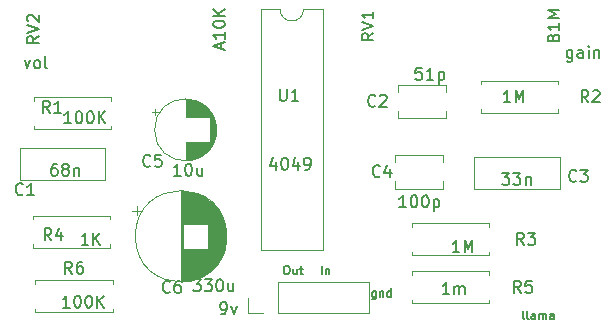
<source format=gbr>
%TF.GenerationSoftware,KiCad,Pcbnew,7.0.11+dfsg-1build4*%
%TF.CreationDate,2026-02-07T21:52:43-05:00*%
%TF.ProjectId,redllama,7265646c-6c61-46d6-912e-6b696361645f,rev?*%
%TF.SameCoordinates,Original*%
%TF.FileFunction,Legend,Top*%
%TF.FilePolarity,Positive*%
%FSLAX46Y46*%
G04 Gerber Fmt 4.6, Leading zero omitted, Abs format (unit mm)*
G04 Created by KiCad (PCBNEW 7.0.11+dfsg-1build4) date 2026-02-07 21:52:43*
%MOMM*%
%LPD*%
G01*
G04 APERTURE LIST*
%ADD10C,0.150000*%
%ADD11C,0.175000*%
%ADD12C,0.120000*%
G04 APERTURE END LIST*
D10*
X118875398Y-127123819D02*
X119065874Y-127123819D01*
X119065874Y-127123819D02*
X119161112Y-127076200D01*
X119161112Y-127076200D02*
X119208731Y-127028580D01*
X119208731Y-127028580D02*
X119303969Y-126885723D01*
X119303969Y-126885723D02*
X119351588Y-126695247D01*
X119351588Y-126695247D02*
X119351588Y-126314295D01*
X119351588Y-126314295D02*
X119303969Y-126219057D01*
X119303969Y-126219057D02*
X119256350Y-126171438D01*
X119256350Y-126171438D02*
X119161112Y-126123819D01*
X119161112Y-126123819D02*
X118970636Y-126123819D01*
X118970636Y-126123819D02*
X118875398Y-126171438D01*
X118875398Y-126171438D02*
X118827779Y-126219057D01*
X118827779Y-126219057D02*
X118780160Y-126314295D01*
X118780160Y-126314295D02*
X118780160Y-126552390D01*
X118780160Y-126552390D02*
X118827779Y-126647628D01*
X118827779Y-126647628D02*
X118875398Y-126695247D01*
X118875398Y-126695247D02*
X118970636Y-126742866D01*
X118970636Y-126742866D02*
X119161112Y-126742866D01*
X119161112Y-126742866D02*
X119256350Y-126695247D01*
X119256350Y-126695247D02*
X119303969Y-126647628D01*
X119303969Y-126647628D02*
X119351588Y-126552390D01*
X119684922Y-126457152D02*
X119923017Y-127123819D01*
X119923017Y-127123819D02*
X120161112Y-126457152D01*
X131943350Y-125169866D02*
X131943350Y-125736533D01*
X131943350Y-125736533D02*
X131910017Y-125803200D01*
X131910017Y-125803200D02*
X131876684Y-125836533D01*
X131876684Y-125836533D02*
X131810017Y-125869866D01*
X131810017Y-125869866D02*
X131710017Y-125869866D01*
X131710017Y-125869866D02*
X131643350Y-125836533D01*
X131943350Y-125603200D02*
X131876684Y-125636533D01*
X131876684Y-125636533D02*
X131743350Y-125636533D01*
X131743350Y-125636533D02*
X131676684Y-125603200D01*
X131676684Y-125603200D02*
X131643350Y-125569866D01*
X131643350Y-125569866D02*
X131610017Y-125503200D01*
X131610017Y-125503200D02*
X131610017Y-125303200D01*
X131610017Y-125303200D02*
X131643350Y-125236533D01*
X131643350Y-125236533D02*
X131676684Y-125203200D01*
X131676684Y-125203200D02*
X131743350Y-125169866D01*
X131743350Y-125169866D02*
X131876684Y-125169866D01*
X131876684Y-125169866D02*
X131943350Y-125203200D01*
X132276683Y-125169866D02*
X132276683Y-125636533D01*
X132276683Y-125236533D02*
X132310017Y-125203200D01*
X132310017Y-125203200D02*
X132376683Y-125169866D01*
X132376683Y-125169866D02*
X132476683Y-125169866D01*
X132476683Y-125169866D02*
X132543350Y-125203200D01*
X132543350Y-125203200D02*
X132576683Y-125269866D01*
X132576683Y-125269866D02*
X132576683Y-125636533D01*
X133210016Y-125636533D02*
X133210016Y-124936533D01*
X133210016Y-125603200D02*
X133143350Y-125636533D01*
X133143350Y-125636533D02*
X133010016Y-125636533D01*
X133010016Y-125636533D02*
X132943350Y-125603200D01*
X132943350Y-125603200D02*
X132910016Y-125569866D01*
X132910016Y-125569866D02*
X132876683Y-125503200D01*
X132876683Y-125503200D02*
X132876683Y-125303200D01*
X132876683Y-125303200D02*
X132910016Y-125236533D01*
X132910016Y-125236533D02*
X132943350Y-125203200D01*
X132943350Y-125203200D02*
X133010016Y-125169866D01*
X133010016Y-125169866D02*
X133143350Y-125169866D01*
X133143350Y-125169866D02*
X133210016Y-125203200D01*
D11*
X144526797Y-127540233D02*
X144460131Y-127506900D01*
X144460131Y-127506900D02*
X144426797Y-127440233D01*
X144426797Y-127440233D02*
X144426797Y-126840233D01*
X144893464Y-127540233D02*
X144826798Y-127506900D01*
X144826798Y-127506900D02*
X144793464Y-127440233D01*
X144793464Y-127440233D02*
X144793464Y-126840233D01*
X145460131Y-127540233D02*
X145460131Y-127173566D01*
X145460131Y-127173566D02*
X145426798Y-127106900D01*
X145426798Y-127106900D02*
X145360131Y-127073566D01*
X145360131Y-127073566D02*
X145226798Y-127073566D01*
X145226798Y-127073566D02*
X145160131Y-127106900D01*
X145460131Y-127506900D02*
X145393465Y-127540233D01*
X145393465Y-127540233D02*
X145226798Y-127540233D01*
X145226798Y-127540233D02*
X145160131Y-127506900D01*
X145160131Y-127506900D02*
X145126798Y-127440233D01*
X145126798Y-127440233D02*
X145126798Y-127373566D01*
X145126798Y-127373566D02*
X145160131Y-127306900D01*
X145160131Y-127306900D02*
X145226798Y-127273566D01*
X145226798Y-127273566D02*
X145393465Y-127273566D01*
X145393465Y-127273566D02*
X145460131Y-127240233D01*
X145793464Y-127540233D02*
X145793464Y-127073566D01*
X145793464Y-127140233D02*
X145826798Y-127106900D01*
X145826798Y-127106900D02*
X145893464Y-127073566D01*
X145893464Y-127073566D02*
X145993464Y-127073566D01*
X145993464Y-127073566D02*
X146060131Y-127106900D01*
X146060131Y-127106900D02*
X146093464Y-127173566D01*
X146093464Y-127173566D02*
X146093464Y-127540233D01*
X146093464Y-127173566D02*
X146126798Y-127106900D01*
X146126798Y-127106900D02*
X146193464Y-127073566D01*
X146193464Y-127073566D02*
X146293464Y-127073566D01*
X146293464Y-127073566D02*
X146360131Y-127106900D01*
X146360131Y-127106900D02*
X146393464Y-127173566D01*
X146393464Y-127173566D02*
X146393464Y-127540233D01*
X147026797Y-127540233D02*
X147026797Y-127173566D01*
X147026797Y-127173566D02*
X146993464Y-127106900D01*
X146993464Y-127106900D02*
X146926797Y-127073566D01*
X146926797Y-127073566D02*
X146793464Y-127073566D01*
X146793464Y-127073566D02*
X146726797Y-127106900D01*
X147026797Y-127506900D02*
X146960131Y-127540233D01*
X146960131Y-127540233D02*
X146793464Y-127540233D01*
X146793464Y-127540233D02*
X146726797Y-127506900D01*
X146726797Y-127506900D02*
X146693464Y-127440233D01*
X146693464Y-127440233D02*
X146693464Y-127373566D01*
X146693464Y-127373566D02*
X146726797Y-127306900D01*
X146726797Y-127306900D02*
X146793464Y-127273566D01*
X146793464Y-127273566D02*
X146960131Y-127273566D01*
X146960131Y-127273566D02*
X147026797Y-127240233D01*
D10*
X127392350Y-123731533D02*
X127392350Y-123031533D01*
X127725683Y-123264866D02*
X127725683Y-123731533D01*
X127725683Y-123331533D02*
X127759017Y-123298200D01*
X127759017Y-123298200D02*
X127825683Y-123264866D01*
X127825683Y-123264866D02*
X127925683Y-123264866D01*
X127925683Y-123264866D02*
X127992350Y-123298200D01*
X127992350Y-123298200D02*
X128025683Y-123364866D01*
X128025683Y-123364866D02*
X128025683Y-123731533D01*
X124350684Y-123031533D02*
X124484017Y-123031533D01*
X124484017Y-123031533D02*
X124550684Y-123064866D01*
X124550684Y-123064866D02*
X124617350Y-123131533D01*
X124617350Y-123131533D02*
X124650684Y-123264866D01*
X124650684Y-123264866D02*
X124650684Y-123498200D01*
X124650684Y-123498200D02*
X124617350Y-123631533D01*
X124617350Y-123631533D02*
X124550684Y-123698200D01*
X124550684Y-123698200D02*
X124484017Y-123731533D01*
X124484017Y-123731533D02*
X124350684Y-123731533D01*
X124350684Y-123731533D02*
X124284017Y-123698200D01*
X124284017Y-123698200D02*
X124217350Y-123631533D01*
X124217350Y-123631533D02*
X124184017Y-123498200D01*
X124184017Y-123498200D02*
X124184017Y-123264866D01*
X124184017Y-123264866D02*
X124217350Y-123131533D01*
X124217350Y-123131533D02*
X124284017Y-123064866D01*
X124284017Y-123064866D02*
X124350684Y-123031533D01*
X125250683Y-123264866D02*
X125250683Y-123731533D01*
X124950683Y-123264866D02*
X124950683Y-123631533D01*
X124950683Y-123631533D02*
X124984017Y-123698200D01*
X124984017Y-123698200D02*
X125050683Y-123731533D01*
X125050683Y-123731533D02*
X125150683Y-123731533D01*
X125150683Y-123731533D02*
X125217350Y-123698200D01*
X125217350Y-123698200D02*
X125250683Y-123664866D01*
X125484016Y-123264866D02*
X125750683Y-123264866D01*
X125584016Y-123031533D02*
X125584016Y-123631533D01*
X125584016Y-123631533D02*
X125617350Y-123698200D01*
X125617350Y-123698200D02*
X125684016Y-123731533D01*
X125684016Y-123731533D02*
X125750683Y-123731533D01*
X148593350Y-104740152D02*
X148593350Y-105549676D01*
X148593350Y-105549676D02*
X148545731Y-105644914D01*
X148545731Y-105644914D02*
X148498112Y-105692533D01*
X148498112Y-105692533D02*
X148402874Y-105740152D01*
X148402874Y-105740152D02*
X148260017Y-105740152D01*
X148260017Y-105740152D02*
X148164779Y-105692533D01*
X148593350Y-105359200D02*
X148498112Y-105406819D01*
X148498112Y-105406819D02*
X148307636Y-105406819D01*
X148307636Y-105406819D02*
X148212398Y-105359200D01*
X148212398Y-105359200D02*
X148164779Y-105311580D01*
X148164779Y-105311580D02*
X148117160Y-105216342D01*
X148117160Y-105216342D02*
X148117160Y-104930628D01*
X148117160Y-104930628D02*
X148164779Y-104835390D01*
X148164779Y-104835390D02*
X148212398Y-104787771D01*
X148212398Y-104787771D02*
X148307636Y-104740152D01*
X148307636Y-104740152D02*
X148498112Y-104740152D01*
X148498112Y-104740152D02*
X148593350Y-104787771D01*
X149498112Y-105406819D02*
X149498112Y-104883009D01*
X149498112Y-104883009D02*
X149450493Y-104787771D01*
X149450493Y-104787771D02*
X149355255Y-104740152D01*
X149355255Y-104740152D02*
X149164779Y-104740152D01*
X149164779Y-104740152D02*
X149069541Y-104787771D01*
X149498112Y-105359200D02*
X149402874Y-105406819D01*
X149402874Y-105406819D02*
X149164779Y-105406819D01*
X149164779Y-105406819D02*
X149069541Y-105359200D01*
X149069541Y-105359200D02*
X149021922Y-105263961D01*
X149021922Y-105263961D02*
X149021922Y-105168723D01*
X149021922Y-105168723D02*
X149069541Y-105073485D01*
X149069541Y-105073485D02*
X149164779Y-105025866D01*
X149164779Y-105025866D02*
X149402874Y-105025866D01*
X149402874Y-105025866D02*
X149498112Y-104978247D01*
X149974303Y-105406819D02*
X149974303Y-104740152D01*
X149974303Y-104406819D02*
X149926684Y-104454438D01*
X149926684Y-104454438D02*
X149974303Y-104502057D01*
X149974303Y-104502057D02*
X150021922Y-104454438D01*
X150021922Y-104454438D02*
X149974303Y-104406819D01*
X149974303Y-104406819D02*
X149974303Y-104502057D01*
X150450493Y-104740152D02*
X150450493Y-105406819D01*
X150450493Y-104835390D02*
X150498112Y-104787771D01*
X150498112Y-104787771D02*
X150593350Y-104740152D01*
X150593350Y-104740152D02*
X150736207Y-104740152D01*
X150736207Y-104740152D02*
X150831445Y-104787771D01*
X150831445Y-104787771D02*
X150879064Y-104883009D01*
X150879064Y-104883009D02*
X150879064Y-105406819D01*
X102222541Y-105629152D02*
X102460636Y-106295819D01*
X102460636Y-106295819D02*
X102698731Y-105629152D01*
X103222541Y-106295819D02*
X103127303Y-106248200D01*
X103127303Y-106248200D02*
X103079684Y-106200580D01*
X103079684Y-106200580D02*
X103032065Y-106105342D01*
X103032065Y-106105342D02*
X103032065Y-105819628D01*
X103032065Y-105819628D02*
X103079684Y-105724390D01*
X103079684Y-105724390D02*
X103127303Y-105676771D01*
X103127303Y-105676771D02*
X103222541Y-105629152D01*
X103222541Y-105629152D02*
X103365398Y-105629152D01*
X103365398Y-105629152D02*
X103460636Y-105676771D01*
X103460636Y-105676771D02*
X103508255Y-105724390D01*
X103508255Y-105724390D02*
X103555874Y-105819628D01*
X103555874Y-105819628D02*
X103555874Y-106105342D01*
X103555874Y-106105342D02*
X103508255Y-106200580D01*
X103508255Y-106200580D02*
X103460636Y-106248200D01*
X103460636Y-106248200D02*
X103365398Y-106295819D01*
X103365398Y-106295819D02*
X103222541Y-106295819D01*
X104127303Y-106295819D02*
X104032065Y-106248200D01*
X104032065Y-106248200D02*
X103984446Y-106152961D01*
X103984446Y-106152961D02*
X103984446Y-105295819D01*
X144486333Y-121231819D02*
X144153000Y-120755628D01*
X143914905Y-121231819D02*
X143914905Y-120231819D01*
X143914905Y-120231819D02*
X144295857Y-120231819D01*
X144295857Y-120231819D02*
X144391095Y-120279438D01*
X144391095Y-120279438D02*
X144438714Y-120327057D01*
X144438714Y-120327057D02*
X144486333Y-120422295D01*
X144486333Y-120422295D02*
X144486333Y-120565152D01*
X144486333Y-120565152D02*
X144438714Y-120660390D01*
X144438714Y-120660390D02*
X144391095Y-120708009D01*
X144391095Y-120708009D02*
X144295857Y-120755628D01*
X144295857Y-120755628D02*
X143914905Y-120755628D01*
X144819667Y-120231819D02*
X145438714Y-120231819D01*
X145438714Y-120231819D02*
X145105381Y-120612771D01*
X145105381Y-120612771D02*
X145248238Y-120612771D01*
X145248238Y-120612771D02*
X145343476Y-120660390D01*
X145343476Y-120660390D02*
X145391095Y-120708009D01*
X145391095Y-120708009D02*
X145438714Y-120803247D01*
X145438714Y-120803247D02*
X145438714Y-121041342D01*
X145438714Y-121041342D02*
X145391095Y-121136580D01*
X145391095Y-121136580D02*
X145343476Y-121184200D01*
X145343476Y-121184200D02*
X145248238Y-121231819D01*
X145248238Y-121231819D02*
X144962524Y-121231819D01*
X144962524Y-121231819D02*
X144867286Y-121184200D01*
X144867286Y-121184200D02*
X144819667Y-121136580D01*
X139033285Y-121866819D02*
X138461857Y-121866819D01*
X138747571Y-121866819D02*
X138747571Y-120866819D01*
X138747571Y-120866819D02*
X138652333Y-121009676D01*
X138652333Y-121009676D02*
X138557095Y-121104914D01*
X138557095Y-121104914D02*
X138461857Y-121152533D01*
X139461857Y-121866819D02*
X139461857Y-120866819D01*
X139461857Y-120866819D02*
X139795190Y-121581104D01*
X139795190Y-121581104D02*
X140128523Y-120866819D01*
X140128523Y-120866819D02*
X140128523Y-121866819D01*
X104481333Y-120850819D02*
X104148000Y-120374628D01*
X103909905Y-120850819D02*
X103909905Y-119850819D01*
X103909905Y-119850819D02*
X104290857Y-119850819D01*
X104290857Y-119850819D02*
X104386095Y-119898438D01*
X104386095Y-119898438D02*
X104433714Y-119946057D01*
X104433714Y-119946057D02*
X104481333Y-120041295D01*
X104481333Y-120041295D02*
X104481333Y-120184152D01*
X104481333Y-120184152D02*
X104433714Y-120279390D01*
X104433714Y-120279390D02*
X104386095Y-120327009D01*
X104386095Y-120327009D02*
X104290857Y-120374628D01*
X104290857Y-120374628D02*
X103909905Y-120374628D01*
X105338476Y-120184152D02*
X105338476Y-120850819D01*
X105100381Y-119803200D02*
X104862286Y-120517485D01*
X104862286Y-120517485D02*
X105481333Y-120517485D01*
X107608714Y-121231819D02*
X107037286Y-121231819D01*
X107323000Y-121231819D02*
X107323000Y-120231819D01*
X107323000Y-120231819D02*
X107227762Y-120374676D01*
X107227762Y-120374676D02*
X107132524Y-120469914D01*
X107132524Y-120469914D02*
X107037286Y-120517533D01*
X108037286Y-121231819D02*
X108037286Y-120231819D01*
X108608714Y-121231819D02*
X108180143Y-120660390D01*
X108608714Y-120231819D02*
X108037286Y-120803247D01*
X131913333Y-109452580D02*
X131865714Y-109500200D01*
X131865714Y-109500200D02*
X131722857Y-109547819D01*
X131722857Y-109547819D02*
X131627619Y-109547819D01*
X131627619Y-109547819D02*
X131484762Y-109500200D01*
X131484762Y-109500200D02*
X131389524Y-109404961D01*
X131389524Y-109404961D02*
X131341905Y-109309723D01*
X131341905Y-109309723D02*
X131294286Y-109119247D01*
X131294286Y-109119247D02*
X131294286Y-108976390D01*
X131294286Y-108976390D02*
X131341905Y-108785914D01*
X131341905Y-108785914D02*
X131389524Y-108690676D01*
X131389524Y-108690676D02*
X131484762Y-108595438D01*
X131484762Y-108595438D02*
X131627619Y-108547819D01*
X131627619Y-108547819D02*
X131722857Y-108547819D01*
X131722857Y-108547819D02*
X131865714Y-108595438D01*
X131865714Y-108595438D02*
X131913333Y-108643057D01*
X132294286Y-108643057D02*
X132341905Y-108595438D01*
X132341905Y-108595438D02*
X132437143Y-108547819D01*
X132437143Y-108547819D02*
X132675238Y-108547819D01*
X132675238Y-108547819D02*
X132770476Y-108595438D01*
X132770476Y-108595438D02*
X132818095Y-108643057D01*
X132818095Y-108643057D02*
X132865714Y-108738295D01*
X132865714Y-108738295D02*
X132865714Y-108833533D01*
X132865714Y-108833533D02*
X132818095Y-108976390D01*
X132818095Y-108976390D02*
X132246667Y-109547819D01*
X132246667Y-109547819D02*
X132865714Y-109547819D01*
X135834523Y-106261819D02*
X135358333Y-106261819D01*
X135358333Y-106261819D02*
X135310714Y-106738009D01*
X135310714Y-106738009D02*
X135358333Y-106690390D01*
X135358333Y-106690390D02*
X135453571Y-106642771D01*
X135453571Y-106642771D02*
X135691666Y-106642771D01*
X135691666Y-106642771D02*
X135786904Y-106690390D01*
X135786904Y-106690390D02*
X135834523Y-106738009D01*
X135834523Y-106738009D02*
X135882142Y-106833247D01*
X135882142Y-106833247D02*
X135882142Y-107071342D01*
X135882142Y-107071342D02*
X135834523Y-107166580D01*
X135834523Y-107166580D02*
X135786904Y-107214200D01*
X135786904Y-107214200D02*
X135691666Y-107261819D01*
X135691666Y-107261819D02*
X135453571Y-107261819D01*
X135453571Y-107261819D02*
X135358333Y-107214200D01*
X135358333Y-107214200D02*
X135310714Y-107166580D01*
X136834523Y-107261819D02*
X136263095Y-107261819D01*
X136548809Y-107261819D02*
X136548809Y-106261819D01*
X136548809Y-106261819D02*
X136453571Y-106404676D01*
X136453571Y-106404676D02*
X136358333Y-106499914D01*
X136358333Y-106499914D02*
X136263095Y-106547533D01*
X137263095Y-106595152D02*
X137263095Y-107595152D01*
X137263095Y-106642771D02*
X137358333Y-106595152D01*
X137358333Y-106595152D02*
X137548809Y-106595152D01*
X137548809Y-106595152D02*
X137644047Y-106642771D01*
X137644047Y-106642771D02*
X137691666Y-106690390D01*
X137691666Y-106690390D02*
X137739285Y-106785628D01*
X137739285Y-106785628D02*
X137739285Y-107071342D01*
X137739285Y-107071342D02*
X137691666Y-107166580D01*
X137691666Y-107166580D02*
X137644047Y-107214200D01*
X137644047Y-107214200D02*
X137548809Y-107261819D01*
X137548809Y-107261819D02*
X137358333Y-107261819D01*
X137358333Y-107261819D02*
X137263095Y-107214200D01*
X104354333Y-110055819D02*
X104021000Y-109579628D01*
X103782905Y-110055819D02*
X103782905Y-109055819D01*
X103782905Y-109055819D02*
X104163857Y-109055819D01*
X104163857Y-109055819D02*
X104259095Y-109103438D01*
X104259095Y-109103438D02*
X104306714Y-109151057D01*
X104306714Y-109151057D02*
X104354333Y-109246295D01*
X104354333Y-109246295D02*
X104354333Y-109389152D01*
X104354333Y-109389152D02*
X104306714Y-109484390D01*
X104306714Y-109484390D02*
X104259095Y-109532009D01*
X104259095Y-109532009D02*
X104163857Y-109579628D01*
X104163857Y-109579628D02*
X103782905Y-109579628D01*
X105306714Y-110055819D02*
X104735286Y-110055819D01*
X105021000Y-110055819D02*
X105021000Y-109055819D01*
X105021000Y-109055819D02*
X104925762Y-109198676D01*
X104925762Y-109198676D02*
X104830524Y-109293914D01*
X104830524Y-109293914D02*
X104735286Y-109341533D01*
X106148333Y-110944819D02*
X105576905Y-110944819D01*
X105862619Y-110944819D02*
X105862619Y-109944819D01*
X105862619Y-109944819D02*
X105767381Y-110087676D01*
X105767381Y-110087676D02*
X105672143Y-110182914D01*
X105672143Y-110182914D02*
X105576905Y-110230533D01*
X106767381Y-109944819D02*
X106862619Y-109944819D01*
X106862619Y-109944819D02*
X106957857Y-109992438D01*
X106957857Y-109992438D02*
X107005476Y-110040057D01*
X107005476Y-110040057D02*
X107053095Y-110135295D01*
X107053095Y-110135295D02*
X107100714Y-110325771D01*
X107100714Y-110325771D02*
X107100714Y-110563866D01*
X107100714Y-110563866D02*
X107053095Y-110754342D01*
X107053095Y-110754342D02*
X107005476Y-110849580D01*
X107005476Y-110849580D02*
X106957857Y-110897200D01*
X106957857Y-110897200D02*
X106862619Y-110944819D01*
X106862619Y-110944819D02*
X106767381Y-110944819D01*
X106767381Y-110944819D02*
X106672143Y-110897200D01*
X106672143Y-110897200D02*
X106624524Y-110849580D01*
X106624524Y-110849580D02*
X106576905Y-110754342D01*
X106576905Y-110754342D02*
X106529286Y-110563866D01*
X106529286Y-110563866D02*
X106529286Y-110325771D01*
X106529286Y-110325771D02*
X106576905Y-110135295D01*
X106576905Y-110135295D02*
X106624524Y-110040057D01*
X106624524Y-110040057D02*
X106672143Y-109992438D01*
X106672143Y-109992438D02*
X106767381Y-109944819D01*
X107719762Y-109944819D02*
X107815000Y-109944819D01*
X107815000Y-109944819D02*
X107910238Y-109992438D01*
X107910238Y-109992438D02*
X107957857Y-110040057D01*
X107957857Y-110040057D02*
X108005476Y-110135295D01*
X108005476Y-110135295D02*
X108053095Y-110325771D01*
X108053095Y-110325771D02*
X108053095Y-110563866D01*
X108053095Y-110563866D02*
X108005476Y-110754342D01*
X108005476Y-110754342D02*
X107957857Y-110849580D01*
X107957857Y-110849580D02*
X107910238Y-110897200D01*
X107910238Y-110897200D02*
X107815000Y-110944819D01*
X107815000Y-110944819D02*
X107719762Y-110944819D01*
X107719762Y-110944819D02*
X107624524Y-110897200D01*
X107624524Y-110897200D02*
X107576905Y-110849580D01*
X107576905Y-110849580D02*
X107529286Y-110754342D01*
X107529286Y-110754342D02*
X107481667Y-110563866D01*
X107481667Y-110563866D02*
X107481667Y-110325771D01*
X107481667Y-110325771D02*
X107529286Y-110135295D01*
X107529286Y-110135295D02*
X107576905Y-110040057D01*
X107576905Y-110040057D02*
X107624524Y-109992438D01*
X107624524Y-109992438D02*
X107719762Y-109944819D01*
X108481667Y-110944819D02*
X108481667Y-109944819D01*
X109053095Y-110944819D02*
X108624524Y-110373390D01*
X109053095Y-109944819D02*
X108481667Y-110516247D01*
X103424819Y-103562238D02*
X102948628Y-103895571D01*
X103424819Y-104133666D02*
X102424819Y-104133666D01*
X102424819Y-104133666D02*
X102424819Y-103752714D01*
X102424819Y-103752714D02*
X102472438Y-103657476D01*
X102472438Y-103657476D02*
X102520057Y-103609857D01*
X102520057Y-103609857D02*
X102615295Y-103562238D01*
X102615295Y-103562238D02*
X102758152Y-103562238D01*
X102758152Y-103562238D02*
X102853390Y-103609857D01*
X102853390Y-103609857D02*
X102901009Y-103657476D01*
X102901009Y-103657476D02*
X102948628Y-103752714D01*
X102948628Y-103752714D02*
X102948628Y-104133666D01*
X102424819Y-103276523D02*
X103424819Y-102943190D01*
X103424819Y-102943190D02*
X102424819Y-102609857D01*
X102520057Y-102324142D02*
X102472438Y-102276523D01*
X102472438Y-102276523D02*
X102424819Y-102181285D01*
X102424819Y-102181285D02*
X102424819Y-101943190D01*
X102424819Y-101943190D02*
X102472438Y-101847952D01*
X102472438Y-101847952D02*
X102520057Y-101800333D01*
X102520057Y-101800333D02*
X102615295Y-101752714D01*
X102615295Y-101752714D02*
X102710533Y-101752714D01*
X102710533Y-101752714D02*
X102853390Y-101800333D01*
X102853390Y-101800333D02*
X103424819Y-102371761D01*
X103424819Y-102371761D02*
X103424819Y-101752714D01*
X118887104Y-104657475D02*
X118887104Y-104181285D01*
X119172819Y-104752713D02*
X118172819Y-104419380D01*
X118172819Y-104419380D02*
X119172819Y-104086047D01*
X119172819Y-103228904D02*
X119172819Y-103800332D01*
X119172819Y-103514618D02*
X118172819Y-103514618D01*
X118172819Y-103514618D02*
X118315676Y-103609856D01*
X118315676Y-103609856D02*
X118410914Y-103705094D01*
X118410914Y-103705094D02*
X118458533Y-103800332D01*
X118172819Y-102609856D02*
X118172819Y-102514618D01*
X118172819Y-102514618D02*
X118220438Y-102419380D01*
X118220438Y-102419380D02*
X118268057Y-102371761D01*
X118268057Y-102371761D02*
X118363295Y-102324142D01*
X118363295Y-102324142D02*
X118553771Y-102276523D01*
X118553771Y-102276523D02*
X118791866Y-102276523D01*
X118791866Y-102276523D02*
X118982342Y-102324142D01*
X118982342Y-102324142D02*
X119077580Y-102371761D01*
X119077580Y-102371761D02*
X119125200Y-102419380D01*
X119125200Y-102419380D02*
X119172819Y-102514618D01*
X119172819Y-102514618D02*
X119172819Y-102609856D01*
X119172819Y-102609856D02*
X119125200Y-102705094D01*
X119125200Y-102705094D02*
X119077580Y-102752713D01*
X119077580Y-102752713D02*
X118982342Y-102800332D01*
X118982342Y-102800332D02*
X118791866Y-102847951D01*
X118791866Y-102847951D02*
X118553771Y-102847951D01*
X118553771Y-102847951D02*
X118363295Y-102800332D01*
X118363295Y-102800332D02*
X118268057Y-102752713D01*
X118268057Y-102752713D02*
X118220438Y-102705094D01*
X118220438Y-102705094D02*
X118172819Y-102609856D01*
X119172819Y-101847951D02*
X118172819Y-101847951D01*
X119172819Y-101276523D02*
X118601390Y-101705094D01*
X118172819Y-101276523D02*
X118744247Y-101847951D01*
X112863333Y-114532580D02*
X112815714Y-114580200D01*
X112815714Y-114580200D02*
X112672857Y-114627819D01*
X112672857Y-114627819D02*
X112577619Y-114627819D01*
X112577619Y-114627819D02*
X112434762Y-114580200D01*
X112434762Y-114580200D02*
X112339524Y-114484961D01*
X112339524Y-114484961D02*
X112291905Y-114389723D01*
X112291905Y-114389723D02*
X112244286Y-114199247D01*
X112244286Y-114199247D02*
X112244286Y-114056390D01*
X112244286Y-114056390D02*
X112291905Y-113865914D01*
X112291905Y-113865914D02*
X112339524Y-113770676D01*
X112339524Y-113770676D02*
X112434762Y-113675438D01*
X112434762Y-113675438D02*
X112577619Y-113627819D01*
X112577619Y-113627819D02*
X112672857Y-113627819D01*
X112672857Y-113627819D02*
X112815714Y-113675438D01*
X112815714Y-113675438D02*
X112863333Y-113723057D01*
X113768095Y-113627819D02*
X113291905Y-113627819D01*
X113291905Y-113627819D02*
X113244286Y-114104009D01*
X113244286Y-114104009D02*
X113291905Y-114056390D01*
X113291905Y-114056390D02*
X113387143Y-114008771D01*
X113387143Y-114008771D02*
X113625238Y-114008771D01*
X113625238Y-114008771D02*
X113720476Y-114056390D01*
X113720476Y-114056390D02*
X113768095Y-114104009D01*
X113768095Y-114104009D02*
X113815714Y-114199247D01*
X113815714Y-114199247D02*
X113815714Y-114437342D01*
X113815714Y-114437342D02*
X113768095Y-114532580D01*
X113768095Y-114532580D02*
X113720476Y-114580200D01*
X113720476Y-114580200D02*
X113625238Y-114627819D01*
X113625238Y-114627819D02*
X113387143Y-114627819D01*
X113387143Y-114627819D02*
X113291905Y-114580200D01*
X113291905Y-114580200D02*
X113244286Y-114532580D01*
X115435142Y-115389819D02*
X114863714Y-115389819D01*
X115149428Y-115389819D02*
X115149428Y-114389819D01*
X115149428Y-114389819D02*
X115054190Y-114532676D01*
X115054190Y-114532676D02*
X114958952Y-114627914D01*
X114958952Y-114627914D02*
X114863714Y-114675533D01*
X116054190Y-114389819D02*
X116149428Y-114389819D01*
X116149428Y-114389819D02*
X116244666Y-114437438D01*
X116244666Y-114437438D02*
X116292285Y-114485057D01*
X116292285Y-114485057D02*
X116339904Y-114580295D01*
X116339904Y-114580295D02*
X116387523Y-114770771D01*
X116387523Y-114770771D02*
X116387523Y-115008866D01*
X116387523Y-115008866D02*
X116339904Y-115199342D01*
X116339904Y-115199342D02*
X116292285Y-115294580D01*
X116292285Y-115294580D02*
X116244666Y-115342200D01*
X116244666Y-115342200D02*
X116149428Y-115389819D01*
X116149428Y-115389819D02*
X116054190Y-115389819D01*
X116054190Y-115389819D02*
X115958952Y-115342200D01*
X115958952Y-115342200D02*
X115911333Y-115294580D01*
X115911333Y-115294580D02*
X115863714Y-115199342D01*
X115863714Y-115199342D02*
X115816095Y-115008866D01*
X115816095Y-115008866D02*
X115816095Y-114770771D01*
X115816095Y-114770771D02*
X115863714Y-114580295D01*
X115863714Y-114580295D02*
X115911333Y-114485057D01*
X115911333Y-114485057D02*
X115958952Y-114437438D01*
X115958952Y-114437438D02*
X116054190Y-114389819D01*
X117244666Y-114723152D02*
X117244666Y-115389819D01*
X116816095Y-114723152D02*
X116816095Y-115246961D01*
X116816095Y-115246961D02*
X116863714Y-115342200D01*
X116863714Y-115342200D02*
X116958952Y-115389819D01*
X116958952Y-115389819D02*
X117101809Y-115389819D01*
X117101809Y-115389819D02*
X117197047Y-115342200D01*
X117197047Y-115342200D02*
X117244666Y-115294580D01*
X148931333Y-115802580D02*
X148883714Y-115850200D01*
X148883714Y-115850200D02*
X148740857Y-115897819D01*
X148740857Y-115897819D02*
X148645619Y-115897819D01*
X148645619Y-115897819D02*
X148502762Y-115850200D01*
X148502762Y-115850200D02*
X148407524Y-115754961D01*
X148407524Y-115754961D02*
X148359905Y-115659723D01*
X148359905Y-115659723D02*
X148312286Y-115469247D01*
X148312286Y-115469247D02*
X148312286Y-115326390D01*
X148312286Y-115326390D02*
X148359905Y-115135914D01*
X148359905Y-115135914D02*
X148407524Y-115040676D01*
X148407524Y-115040676D02*
X148502762Y-114945438D01*
X148502762Y-114945438D02*
X148645619Y-114897819D01*
X148645619Y-114897819D02*
X148740857Y-114897819D01*
X148740857Y-114897819D02*
X148883714Y-114945438D01*
X148883714Y-114945438D02*
X148931333Y-114993057D01*
X149264667Y-114897819D02*
X149883714Y-114897819D01*
X149883714Y-114897819D02*
X149550381Y-115278771D01*
X149550381Y-115278771D02*
X149693238Y-115278771D01*
X149693238Y-115278771D02*
X149788476Y-115326390D01*
X149788476Y-115326390D02*
X149836095Y-115374009D01*
X149836095Y-115374009D02*
X149883714Y-115469247D01*
X149883714Y-115469247D02*
X149883714Y-115707342D01*
X149883714Y-115707342D02*
X149836095Y-115802580D01*
X149836095Y-115802580D02*
X149788476Y-115850200D01*
X149788476Y-115850200D02*
X149693238Y-115897819D01*
X149693238Y-115897819D02*
X149407524Y-115897819D01*
X149407524Y-115897819D02*
X149312286Y-115850200D01*
X149312286Y-115850200D02*
X149264667Y-115802580D01*
X142629095Y-115151819D02*
X143248142Y-115151819D01*
X143248142Y-115151819D02*
X142914809Y-115532771D01*
X142914809Y-115532771D02*
X143057666Y-115532771D01*
X143057666Y-115532771D02*
X143152904Y-115580390D01*
X143152904Y-115580390D02*
X143200523Y-115628009D01*
X143200523Y-115628009D02*
X143248142Y-115723247D01*
X143248142Y-115723247D02*
X143248142Y-115961342D01*
X143248142Y-115961342D02*
X143200523Y-116056580D01*
X143200523Y-116056580D02*
X143152904Y-116104200D01*
X143152904Y-116104200D02*
X143057666Y-116151819D01*
X143057666Y-116151819D02*
X142771952Y-116151819D01*
X142771952Y-116151819D02*
X142676714Y-116104200D01*
X142676714Y-116104200D02*
X142629095Y-116056580D01*
X143581476Y-115151819D02*
X144200523Y-115151819D01*
X144200523Y-115151819D02*
X143867190Y-115532771D01*
X143867190Y-115532771D02*
X144010047Y-115532771D01*
X144010047Y-115532771D02*
X144105285Y-115580390D01*
X144105285Y-115580390D02*
X144152904Y-115628009D01*
X144152904Y-115628009D02*
X144200523Y-115723247D01*
X144200523Y-115723247D02*
X144200523Y-115961342D01*
X144200523Y-115961342D02*
X144152904Y-116056580D01*
X144152904Y-116056580D02*
X144105285Y-116104200D01*
X144105285Y-116104200D02*
X144010047Y-116151819D01*
X144010047Y-116151819D02*
X143724333Y-116151819D01*
X143724333Y-116151819D02*
X143629095Y-116104200D01*
X143629095Y-116104200D02*
X143581476Y-116056580D01*
X144629095Y-115485152D02*
X144629095Y-116151819D01*
X144629095Y-115580390D02*
X144676714Y-115532771D01*
X144676714Y-115532771D02*
X144771952Y-115485152D01*
X144771952Y-115485152D02*
X144914809Y-115485152D01*
X144914809Y-115485152D02*
X145010047Y-115532771D01*
X145010047Y-115532771D02*
X145057666Y-115628009D01*
X145057666Y-115628009D02*
X145057666Y-116151819D01*
X106233333Y-123684819D02*
X105900000Y-123208628D01*
X105661905Y-123684819D02*
X105661905Y-122684819D01*
X105661905Y-122684819D02*
X106042857Y-122684819D01*
X106042857Y-122684819D02*
X106138095Y-122732438D01*
X106138095Y-122732438D02*
X106185714Y-122780057D01*
X106185714Y-122780057D02*
X106233333Y-122875295D01*
X106233333Y-122875295D02*
X106233333Y-123018152D01*
X106233333Y-123018152D02*
X106185714Y-123113390D01*
X106185714Y-123113390D02*
X106138095Y-123161009D01*
X106138095Y-123161009D02*
X106042857Y-123208628D01*
X106042857Y-123208628D02*
X105661905Y-123208628D01*
X107090476Y-122684819D02*
X106900000Y-122684819D01*
X106900000Y-122684819D02*
X106804762Y-122732438D01*
X106804762Y-122732438D02*
X106757143Y-122780057D01*
X106757143Y-122780057D02*
X106661905Y-122922914D01*
X106661905Y-122922914D02*
X106614286Y-123113390D01*
X106614286Y-123113390D02*
X106614286Y-123494342D01*
X106614286Y-123494342D02*
X106661905Y-123589580D01*
X106661905Y-123589580D02*
X106709524Y-123637200D01*
X106709524Y-123637200D02*
X106804762Y-123684819D01*
X106804762Y-123684819D02*
X106995238Y-123684819D01*
X106995238Y-123684819D02*
X107090476Y-123637200D01*
X107090476Y-123637200D02*
X107138095Y-123589580D01*
X107138095Y-123589580D02*
X107185714Y-123494342D01*
X107185714Y-123494342D02*
X107185714Y-123256247D01*
X107185714Y-123256247D02*
X107138095Y-123161009D01*
X107138095Y-123161009D02*
X107090476Y-123113390D01*
X107090476Y-123113390D02*
X106995238Y-123065771D01*
X106995238Y-123065771D02*
X106804762Y-123065771D01*
X106804762Y-123065771D02*
X106709524Y-123113390D01*
X106709524Y-123113390D02*
X106661905Y-123161009D01*
X106661905Y-123161009D02*
X106614286Y-123256247D01*
X106033333Y-126554819D02*
X105461905Y-126554819D01*
X105747619Y-126554819D02*
X105747619Y-125554819D01*
X105747619Y-125554819D02*
X105652381Y-125697676D01*
X105652381Y-125697676D02*
X105557143Y-125792914D01*
X105557143Y-125792914D02*
X105461905Y-125840533D01*
X106652381Y-125554819D02*
X106747619Y-125554819D01*
X106747619Y-125554819D02*
X106842857Y-125602438D01*
X106842857Y-125602438D02*
X106890476Y-125650057D01*
X106890476Y-125650057D02*
X106938095Y-125745295D01*
X106938095Y-125745295D02*
X106985714Y-125935771D01*
X106985714Y-125935771D02*
X106985714Y-126173866D01*
X106985714Y-126173866D02*
X106938095Y-126364342D01*
X106938095Y-126364342D02*
X106890476Y-126459580D01*
X106890476Y-126459580D02*
X106842857Y-126507200D01*
X106842857Y-126507200D02*
X106747619Y-126554819D01*
X106747619Y-126554819D02*
X106652381Y-126554819D01*
X106652381Y-126554819D02*
X106557143Y-126507200D01*
X106557143Y-126507200D02*
X106509524Y-126459580D01*
X106509524Y-126459580D02*
X106461905Y-126364342D01*
X106461905Y-126364342D02*
X106414286Y-126173866D01*
X106414286Y-126173866D02*
X106414286Y-125935771D01*
X106414286Y-125935771D02*
X106461905Y-125745295D01*
X106461905Y-125745295D02*
X106509524Y-125650057D01*
X106509524Y-125650057D02*
X106557143Y-125602438D01*
X106557143Y-125602438D02*
X106652381Y-125554819D01*
X107604762Y-125554819D02*
X107700000Y-125554819D01*
X107700000Y-125554819D02*
X107795238Y-125602438D01*
X107795238Y-125602438D02*
X107842857Y-125650057D01*
X107842857Y-125650057D02*
X107890476Y-125745295D01*
X107890476Y-125745295D02*
X107938095Y-125935771D01*
X107938095Y-125935771D02*
X107938095Y-126173866D01*
X107938095Y-126173866D02*
X107890476Y-126364342D01*
X107890476Y-126364342D02*
X107842857Y-126459580D01*
X107842857Y-126459580D02*
X107795238Y-126507200D01*
X107795238Y-126507200D02*
X107700000Y-126554819D01*
X107700000Y-126554819D02*
X107604762Y-126554819D01*
X107604762Y-126554819D02*
X107509524Y-126507200D01*
X107509524Y-126507200D02*
X107461905Y-126459580D01*
X107461905Y-126459580D02*
X107414286Y-126364342D01*
X107414286Y-126364342D02*
X107366667Y-126173866D01*
X107366667Y-126173866D02*
X107366667Y-125935771D01*
X107366667Y-125935771D02*
X107414286Y-125745295D01*
X107414286Y-125745295D02*
X107461905Y-125650057D01*
X107461905Y-125650057D02*
X107509524Y-125602438D01*
X107509524Y-125602438D02*
X107604762Y-125554819D01*
X108366667Y-126554819D02*
X108366667Y-125554819D01*
X108938095Y-126554819D02*
X108509524Y-125983390D01*
X108938095Y-125554819D02*
X108366667Y-126126247D01*
X114514333Y-125200580D02*
X114466714Y-125248200D01*
X114466714Y-125248200D02*
X114323857Y-125295819D01*
X114323857Y-125295819D02*
X114228619Y-125295819D01*
X114228619Y-125295819D02*
X114085762Y-125248200D01*
X114085762Y-125248200D02*
X113990524Y-125152961D01*
X113990524Y-125152961D02*
X113942905Y-125057723D01*
X113942905Y-125057723D02*
X113895286Y-124867247D01*
X113895286Y-124867247D02*
X113895286Y-124724390D01*
X113895286Y-124724390D02*
X113942905Y-124533914D01*
X113942905Y-124533914D02*
X113990524Y-124438676D01*
X113990524Y-124438676D02*
X114085762Y-124343438D01*
X114085762Y-124343438D02*
X114228619Y-124295819D01*
X114228619Y-124295819D02*
X114323857Y-124295819D01*
X114323857Y-124295819D02*
X114466714Y-124343438D01*
X114466714Y-124343438D02*
X114514333Y-124391057D01*
X115371476Y-124295819D02*
X115181000Y-124295819D01*
X115181000Y-124295819D02*
X115085762Y-124343438D01*
X115085762Y-124343438D02*
X115038143Y-124391057D01*
X115038143Y-124391057D02*
X114942905Y-124533914D01*
X114942905Y-124533914D02*
X114895286Y-124724390D01*
X114895286Y-124724390D02*
X114895286Y-125105342D01*
X114895286Y-125105342D02*
X114942905Y-125200580D01*
X114942905Y-125200580D02*
X114990524Y-125248200D01*
X114990524Y-125248200D02*
X115085762Y-125295819D01*
X115085762Y-125295819D02*
X115276238Y-125295819D01*
X115276238Y-125295819D02*
X115371476Y-125248200D01*
X115371476Y-125248200D02*
X115419095Y-125200580D01*
X115419095Y-125200580D02*
X115466714Y-125105342D01*
X115466714Y-125105342D02*
X115466714Y-124867247D01*
X115466714Y-124867247D02*
X115419095Y-124772009D01*
X115419095Y-124772009D02*
X115371476Y-124724390D01*
X115371476Y-124724390D02*
X115276238Y-124676771D01*
X115276238Y-124676771D02*
X115085762Y-124676771D01*
X115085762Y-124676771D02*
X114990524Y-124724390D01*
X114990524Y-124724390D02*
X114942905Y-124772009D01*
X114942905Y-124772009D02*
X114895286Y-124867247D01*
X116498905Y-124168819D02*
X117117952Y-124168819D01*
X117117952Y-124168819D02*
X116784619Y-124549771D01*
X116784619Y-124549771D02*
X116927476Y-124549771D01*
X116927476Y-124549771D02*
X117022714Y-124597390D01*
X117022714Y-124597390D02*
X117070333Y-124645009D01*
X117070333Y-124645009D02*
X117117952Y-124740247D01*
X117117952Y-124740247D02*
X117117952Y-124978342D01*
X117117952Y-124978342D02*
X117070333Y-125073580D01*
X117070333Y-125073580D02*
X117022714Y-125121200D01*
X117022714Y-125121200D02*
X116927476Y-125168819D01*
X116927476Y-125168819D02*
X116641762Y-125168819D01*
X116641762Y-125168819D02*
X116546524Y-125121200D01*
X116546524Y-125121200D02*
X116498905Y-125073580D01*
X117451286Y-124168819D02*
X118070333Y-124168819D01*
X118070333Y-124168819D02*
X117737000Y-124549771D01*
X117737000Y-124549771D02*
X117879857Y-124549771D01*
X117879857Y-124549771D02*
X117975095Y-124597390D01*
X117975095Y-124597390D02*
X118022714Y-124645009D01*
X118022714Y-124645009D02*
X118070333Y-124740247D01*
X118070333Y-124740247D02*
X118070333Y-124978342D01*
X118070333Y-124978342D02*
X118022714Y-125073580D01*
X118022714Y-125073580D02*
X117975095Y-125121200D01*
X117975095Y-125121200D02*
X117879857Y-125168819D01*
X117879857Y-125168819D02*
X117594143Y-125168819D01*
X117594143Y-125168819D02*
X117498905Y-125121200D01*
X117498905Y-125121200D02*
X117451286Y-125073580D01*
X118689381Y-124168819D02*
X118784619Y-124168819D01*
X118784619Y-124168819D02*
X118879857Y-124216438D01*
X118879857Y-124216438D02*
X118927476Y-124264057D01*
X118927476Y-124264057D02*
X118975095Y-124359295D01*
X118975095Y-124359295D02*
X119022714Y-124549771D01*
X119022714Y-124549771D02*
X119022714Y-124787866D01*
X119022714Y-124787866D02*
X118975095Y-124978342D01*
X118975095Y-124978342D02*
X118927476Y-125073580D01*
X118927476Y-125073580D02*
X118879857Y-125121200D01*
X118879857Y-125121200D02*
X118784619Y-125168819D01*
X118784619Y-125168819D02*
X118689381Y-125168819D01*
X118689381Y-125168819D02*
X118594143Y-125121200D01*
X118594143Y-125121200D02*
X118546524Y-125073580D01*
X118546524Y-125073580D02*
X118498905Y-124978342D01*
X118498905Y-124978342D02*
X118451286Y-124787866D01*
X118451286Y-124787866D02*
X118451286Y-124549771D01*
X118451286Y-124549771D02*
X118498905Y-124359295D01*
X118498905Y-124359295D02*
X118546524Y-124264057D01*
X118546524Y-124264057D02*
X118594143Y-124216438D01*
X118594143Y-124216438D02*
X118689381Y-124168819D01*
X119879857Y-124502152D02*
X119879857Y-125168819D01*
X119451286Y-124502152D02*
X119451286Y-125025961D01*
X119451286Y-125025961D02*
X119498905Y-125121200D01*
X119498905Y-125121200D02*
X119594143Y-125168819D01*
X119594143Y-125168819D02*
X119737000Y-125168819D01*
X119737000Y-125168819D02*
X119832238Y-125121200D01*
X119832238Y-125121200D02*
X119879857Y-125073580D01*
X123825095Y-108039819D02*
X123825095Y-108849342D01*
X123825095Y-108849342D02*
X123872714Y-108944580D01*
X123872714Y-108944580D02*
X123920333Y-108992200D01*
X123920333Y-108992200D02*
X124015571Y-109039819D01*
X124015571Y-109039819D02*
X124206047Y-109039819D01*
X124206047Y-109039819D02*
X124301285Y-108992200D01*
X124301285Y-108992200D02*
X124348904Y-108944580D01*
X124348904Y-108944580D02*
X124396523Y-108849342D01*
X124396523Y-108849342D02*
X124396523Y-108039819D01*
X125396523Y-109039819D02*
X124825095Y-109039819D01*
X125110809Y-109039819D02*
X125110809Y-108039819D01*
X125110809Y-108039819D02*
X125015571Y-108182676D01*
X125015571Y-108182676D02*
X124920333Y-108277914D01*
X124920333Y-108277914D02*
X124825095Y-108325533D01*
X123475904Y-114215152D02*
X123475904Y-114881819D01*
X123237809Y-113834200D02*
X122999714Y-114548485D01*
X122999714Y-114548485D02*
X123618761Y-114548485D01*
X124190190Y-113881819D02*
X124285428Y-113881819D01*
X124285428Y-113881819D02*
X124380666Y-113929438D01*
X124380666Y-113929438D02*
X124428285Y-113977057D01*
X124428285Y-113977057D02*
X124475904Y-114072295D01*
X124475904Y-114072295D02*
X124523523Y-114262771D01*
X124523523Y-114262771D02*
X124523523Y-114500866D01*
X124523523Y-114500866D02*
X124475904Y-114691342D01*
X124475904Y-114691342D02*
X124428285Y-114786580D01*
X124428285Y-114786580D02*
X124380666Y-114834200D01*
X124380666Y-114834200D02*
X124285428Y-114881819D01*
X124285428Y-114881819D02*
X124190190Y-114881819D01*
X124190190Y-114881819D02*
X124094952Y-114834200D01*
X124094952Y-114834200D02*
X124047333Y-114786580D01*
X124047333Y-114786580D02*
X123999714Y-114691342D01*
X123999714Y-114691342D02*
X123952095Y-114500866D01*
X123952095Y-114500866D02*
X123952095Y-114262771D01*
X123952095Y-114262771D02*
X123999714Y-114072295D01*
X123999714Y-114072295D02*
X124047333Y-113977057D01*
X124047333Y-113977057D02*
X124094952Y-113929438D01*
X124094952Y-113929438D02*
X124190190Y-113881819D01*
X125380666Y-114215152D02*
X125380666Y-114881819D01*
X125142571Y-113834200D02*
X124904476Y-114548485D01*
X124904476Y-114548485D02*
X125523523Y-114548485D01*
X125952095Y-114881819D02*
X126142571Y-114881819D01*
X126142571Y-114881819D02*
X126237809Y-114834200D01*
X126237809Y-114834200D02*
X126285428Y-114786580D01*
X126285428Y-114786580D02*
X126380666Y-114643723D01*
X126380666Y-114643723D02*
X126428285Y-114453247D01*
X126428285Y-114453247D02*
X126428285Y-114072295D01*
X126428285Y-114072295D02*
X126380666Y-113977057D01*
X126380666Y-113977057D02*
X126333047Y-113929438D01*
X126333047Y-113929438D02*
X126237809Y-113881819D01*
X126237809Y-113881819D02*
X126047333Y-113881819D01*
X126047333Y-113881819D02*
X125952095Y-113929438D01*
X125952095Y-113929438D02*
X125904476Y-113977057D01*
X125904476Y-113977057D02*
X125856857Y-114072295D01*
X125856857Y-114072295D02*
X125856857Y-114310390D01*
X125856857Y-114310390D02*
X125904476Y-114405628D01*
X125904476Y-114405628D02*
X125952095Y-114453247D01*
X125952095Y-114453247D02*
X126047333Y-114500866D01*
X126047333Y-114500866D02*
X126237809Y-114500866D01*
X126237809Y-114500866D02*
X126333047Y-114453247D01*
X126333047Y-114453247D02*
X126380666Y-114405628D01*
X126380666Y-114405628D02*
X126428285Y-114310390D01*
X144232333Y-125295819D02*
X143899000Y-124819628D01*
X143660905Y-125295819D02*
X143660905Y-124295819D01*
X143660905Y-124295819D02*
X144041857Y-124295819D01*
X144041857Y-124295819D02*
X144137095Y-124343438D01*
X144137095Y-124343438D02*
X144184714Y-124391057D01*
X144184714Y-124391057D02*
X144232333Y-124486295D01*
X144232333Y-124486295D02*
X144232333Y-124629152D01*
X144232333Y-124629152D02*
X144184714Y-124724390D01*
X144184714Y-124724390D02*
X144137095Y-124772009D01*
X144137095Y-124772009D02*
X144041857Y-124819628D01*
X144041857Y-124819628D02*
X143660905Y-124819628D01*
X145137095Y-124295819D02*
X144660905Y-124295819D01*
X144660905Y-124295819D02*
X144613286Y-124772009D01*
X144613286Y-124772009D02*
X144660905Y-124724390D01*
X144660905Y-124724390D02*
X144756143Y-124676771D01*
X144756143Y-124676771D02*
X144994238Y-124676771D01*
X144994238Y-124676771D02*
X145089476Y-124724390D01*
X145089476Y-124724390D02*
X145137095Y-124772009D01*
X145137095Y-124772009D02*
X145184714Y-124867247D01*
X145184714Y-124867247D02*
X145184714Y-125105342D01*
X145184714Y-125105342D02*
X145137095Y-125200580D01*
X145137095Y-125200580D02*
X145089476Y-125248200D01*
X145089476Y-125248200D02*
X144994238Y-125295819D01*
X144994238Y-125295819D02*
X144756143Y-125295819D01*
X144756143Y-125295819D02*
X144660905Y-125248200D01*
X144660905Y-125248200D02*
X144613286Y-125200580D01*
X138176047Y-125422819D02*
X137604619Y-125422819D01*
X137890333Y-125422819D02*
X137890333Y-124422819D01*
X137890333Y-124422819D02*
X137795095Y-124565676D01*
X137795095Y-124565676D02*
X137699857Y-124660914D01*
X137699857Y-124660914D02*
X137604619Y-124708533D01*
X138604619Y-125422819D02*
X138604619Y-124756152D01*
X138604619Y-124851390D02*
X138652238Y-124803771D01*
X138652238Y-124803771D02*
X138747476Y-124756152D01*
X138747476Y-124756152D02*
X138890333Y-124756152D01*
X138890333Y-124756152D02*
X138985571Y-124803771D01*
X138985571Y-124803771D02*
X139033190Y-124899009D01*
X139033190Y-124899009D02*
X139033190Y-125422819D01*
X139033190Y-124899009D02*
X139080809Y-124803771D01*
X139080809Y-124803771D02*
X139176047Y-124756152D01*
X139176047Y-124756152D02*
X139318904Y-124756152D01*
X139318904Y-124756152D02*
X139414143Y-124803771D01*
X139414143Y-124803771D02*
X139461762Y-124899009D01*
X139461762Y-124899009D02*
X139461762Y-125422819D01*
X149947333Y-109166819D02*
X149614000Y-108690628D01*
X149375905Y-109166819D02*
X149375905Y-108166819D01*
X149375905Y-108166819D02*
X149756857Y-108166819D01*
X149756857Y-108166819D02*
X149852095Y-108214438D01*
X149852095Y-108214438D02*
X149899714Y-108262057D01*
X149899714Y-108262057D02*
X149947333Y-108357295D01*
X149947333Y-108357295D02*
X149947333Y-108500152D01*
X149947333Y-108500152D02*
X149899714Y-108595390D01*
X149899714Y-108595390D02*
X149852095Y-108643009D01*
X149852095Y-108643009D02*
X149756857Y-108690628D01*
X149756857Y-108690628D02*
X149375905Y-108690628D01*
X150328286Y-108262057D02*
X150375905Y-108214438D01*
X150375905Y-108214438D02*
X150471143Y-108166819D01*
X150471143Y-108166819D02*
X150709238Y-108166819D01*
X150709238Y-108166819D02*
X150804476Y-108214438D01*
X150804476Y-108214438D02*
X150852095Y-108262057D01*
X150852095Y-108262057D02*
X150899714Y-108357295D01*
X150899714Y-108357295D02*
X150899714Y-108452533D01*
X150899714Y-108452533D02*
X150852095Y-108595390D01*
X150852095Y-108595390D02*
X150280667Y-109166819D01*
X150280667Y-109166819D02*
X150899714Y-109166819D01*
X143351285Y-109166819D02*
X142779857Y-109166819D01*
X143065571Y-109166819D02*
X143065571Y-108166819D01*
X143065571Y-108166819D02*
X142970333Y-108309676D01*
X142970333Y-108309676D02*
X142875095Y-108404914D01*
X142875095Y-108404914D02*
X142779857Y-108452533D01*
X143779857Y-109166819D02*
X143779857Y-108166819D01*
X143779857Y-108166819D02*
X144113190Y-108881104D01*
X144113190Y-108881104D02*
X144446523Y-108166819D01*
X144446523Y-108166819D02*
X144446523Y-109166819D01*
X102068333Y-116945580D02*
X102020714Y-116993200D01*
X102020714Y-116993200D02*
X101877857Y-117040819D01*
X101877857Y-117040819D02*
X101782619Y-117040819D01*
X101782619Y-117040819D02*
X101639762Y-116993200D01*
X101639762Y-116993200D02*
X101544524Y-116897961D01*
X101544524Y-116897961D02*
X101496905Y-116802723D01*
X101496905Y-116802723D02*
X101449286Y-116612247D01*
X101449286Y-116612247D02*
X101449286Y-116469390D01*
X101449286Y-116469390D02*
X101496905Y-116278914D01*
X101496905Y-116278914D02*
X101544524Y-116183676D01*
X101544524Y-116183676D02*
X101639762Y-116088438D01*
X101639762Y-116088438D02*
X101782619Y-116040819D01*
X101782619Y-116040819D02*
X101877857Y-116040819D01*
X101877857Y-116040819D02*
X102020714Y-116088438D01*
X102020714Y-116088438D02*
X102068333Y-116136057D01*
X103020714Y-117040819D02*
X102449286Y-117040819D01*
X102735000Y-117040819D02*
X102735000Y-116040819D01*
X102735000Y-116040819D02*
X102639762Y-116183676D01*
X102639762Y-116183676D02*
X102544524Y-116278914D01*
X102544524Y-116278914D02*
X102449286Y-116326533D01*
X104925904Y-114389819D02*
X104735428Y-114389819D01*
X104735428Y-114389819D02*
X104640190Y-114437438D01*
X104640190Y-114437438D02*
X104592571Y-114485057D01*
X104592571Y-114485057D02*
X104497333Y-114627914D01*
X104497333Y-114627914D02*
X104449714Y-114818390D01*
X104449714Y-114818390D02*
X104449714Y-115199342D01*
X104449714Y-115199342D02*
X104497333Y-115294580D01*
X104497333Y-115294580D02*
X104544952Y-115342200D01*
X104544952Y-115342200D02*
X104640190Y-115389819D01*
X104640190Y-115389819D02*
X104830666Y-115389819D01*
X104830666Y-115389819D02*
X104925904Y-115342200D01*
X104925904Y-115342200D02*
X104973523Y-115294580D01*
X104973523Y-115294580D02*
X105021142Y-115199342D01*
X105021142Y-115199342D02*
X105021142Y-114961247D01*
X105021142Y-114961247D02*
X104973523Y-114866009D01*
X104973523Y-114866009D02*
X104925904Y-114818390D01*
X104925904Y-114818390D02*
X104830666Y-114770771D01*
X104830666Y-114770771D02*
X104640190Y-114770771D01*
X104640190Y-114770771D02*
X104544952Y-114818390D01*
X104544952Y-114818390D02*
X104497333Y-114866009D01*
X104497333Y-114866009D02*
X104449714Y-114961247D01*
X105592571Y-114818390D02*
X105497333Y-114770771D01*
X105497333Y-114770771D02*
X105449714Y-114723152D01*
X105449714Y-114723152D02*
X105402095Y-114627914D01*
X105402095Y-114627914D02*
X105402095Y-114580295D01*
X105402095Y-114580295D02*
X105449714Y-114485057D01*
X105449714Y-114485057D02*
X105497333Y-114437438D01*
X105497333Y-114437438D02*
X105592571Y-114389819D01*
X105592571Y-114389819D02*
X105783047Y-114389819D01*
X105783047Y-114389819D02*
X105878285Y-114437438D01*
X105878285Y-114437438D02*
X105925904Y-114485057D01*
X105925904Y-114485057D02*
X105973523Y-114580295D01*
X105973523Y-114580295D02*
X105973523Y-114627914D01*
X105973523Y-114627914D02*
X105925904Y-114723152D01*
X105925904Y-114723152D02*
X105878285Y-114770771D01*
X105878285Y-114770771D02*
X105783047Y-114818390D01*
X105783047Y-114818390D02*
X105592571Y-114818390D01*
X105592571Y-114818390D02*
X105497333Y-114866009D01*
X105497333Y-114866009D02*
X105449714Y-114913628D01*
X105449714Y-114913628D02*
X105402095Y-115008866D01*
X105402095Y-115008866D02*
X105402095Y-115199342D01*
X105402095Y-115199342D02*
X105449714Y-115294580D01*
X105449714Y-115294580D02*
X105497333Y-115342200D01*
X105497333Y-115342200D02*
X105592571Y-115389819D01*
X105592571Y-115389819D02*
X105783047Y-115389819D01*
X105783047Y-115389819D02*
X105878285Y-115342200D01*
X105878285Y-115342200D02*
X105925904Y-115294580D01*
X105925904Y-115294580D02*
X105973523Y-115199342D01*
X105973523Y-115199342D02*
X105973523Y-115008866D01*
X105973523Y-115008866D02*
X105925904Y-114913628D01*
X105925904Y-114913628D02*
X105878285Y-114866009D01*
X105878285Y-114866009D02*
X105783047Y-114818390D01*
X106402095Y-114723152D02*
X106402095Y-115389819D01*
X106402095Y-114818390D02*
X106449714Y-114770771D01*
X106449714Y-114770771D02*
X106544952Y-114723152D01*
X106544952Y-114723152D02*
X106687809Y-114723152D01*
X106687809Y-114723152D02*
X106783047Y-114770771D01*
X106783047Y-114770771D02*
X106830666Y-114866009D01*
X106830666Y-114866009D02*
X106830666Y-115389819D01*
X132294333Y-115421580D02*
X132246714Y-115469200D01*
X132246714Y-115469200D02*
X132103857Y-115516819D01*
X132103857Y-115516819D02*
X132008619Y-115516819D01*
X132008619Y-115516819D02*
X131865762Y-115469200D01*
X131865762Y-115469200D02*
X131770524Y-115373961D01*
X131770524Y-115373961D02*
X131722905Y-115278723D01*
X131722905Y-115278723D02*
X131675286Y-115088247D01*
X131675286Y-115088247D02*
X131675286Y-114945390D01*
X131675286Y-114945390D02*
X131722905Y-114754914D01*
X131722905Y-114754914D02*
X131770524Y-114659676D01*
X131770524Y-114659676D02*
X131865762Y-114564438D01*
X131865762Y-114564438D02*
X132008619Y-114516819D01*
X132008619Y-114516819D02*
X132103857Y-114516819D01*
X132103857Y-114516819D02*
X132246714Y-114564438D01*
X132246714Y-114564438D02*
X132294333Y-114612057D01*
X133151476Y-114850152D02*
X133151476Y-115516819D01*
X132913381Y-114469200D02*
X132675286Y-115183485D01*
X132675286Y-115183485D02*
X133294333Y-115183485D01*
X134516952Y-118066819D02*
X133945524Y-118066819D01*
X134231238Y-118066819D02*
X134231238Y-117066819D01*
X134231238Y-117066819D02*
X134136000Y-117209676D01*
X134136000Y-117209676D02*
X134040762Y-117304914D01*
X134040762Y-117304914D02*
X133945524Y-117352533D01*
X135136000Y-117066819D02*
X135231238Y-117066819D01*
X135231238Y-117066819D02*
X135326476Y-117114438D01*
X135326476Y-117114438D02*
X135374095Y-117162057D01*
X135374095Y-117162057D02*
X135421714Y-117257295D01*
X135421714Y-117257295D02*
X135469333Y-117447771D01*
X135469333Y-117447771D02*
X135469333Y-117685866D01*
X135469333Y-117685866D02*
X135421714Y-117876342D01*
X135421714Y-117876342D02*
X135374095Y-117971580D01*
X135374095Y-117971580D02*
X135326476Y-118019200D01*
X135326476Y-118019200D02*
X135231238Y-118066819D01*
X135231238Y-118066819D02*
X135136000Y-118066819D01*
X135136000Y-118066819D02*
X135040762Y-118019200D01*
X135040762Y-118019200D02*
X134993143Y-117971580D01*
X134993143Y-117971580D02*
X134945524Y-117876342D01*
X134945524Y-117876342D02*
X134897905Y-117685866D01*
X134897905Y-117685866D02*
X134897905Y-117447771D01*
X134897905Y-117447771D02*
X134945524Y-117257295D01*
X134945524Y-117257295D02*
X134993143Y-117162057D01*
X134993143Y-117162057D02*
X135040762Y-117114438D01*
X135040762Y-117114438D02*
X135136000Y-117066819D01*
X136088381Y-117066819D02*
X136183619Y-117066819D01*
X136183619Y-117066819D02*
X136278857Y-117114438D01*
X136278857Y-117114438D02*
X136326476Y-117162057D01*
X136326476Y-117162057D02*
X136374095Y-117257295D01*
X136374095Y-117257295D02*
X136421714Y-117447771D01*
X136421714Y-117447771D02*
X136421714Y-117685866D01*
X136421714Y-117685866D02*
X136374095Y-117876342D01*
X136374095Y-117876342D02*
X136326476Y-117971580D01*
X136326476Y-117971580D02*
X136278857Y-118019200D01*
X136278857Y-118019200D02*
X136183619Y-118066819D01*
X136183619Y-118066819D02*
X136088381Y-118066819D01*
X136088381Y-118066819D02*
X135993143Y-118019200D01*
X135993143Y-118019200D02*
X135945524Y-117971580D01*
X135945524Y-117971580D02*
X135897905Y-117876342D01*
X135897905Y-117876342D02*
X135850286Y-117685866D01*
X135850286Y-117685866D02*
X135850286Y-117447771D01*
X135850286Y-117447771D02*
X135897905Y-117257295D01*
X135897905Y-117257295D02*
X135945524Y-117162057D01*
X135945524Y-117162057D02*
X135993143Y-117114438D01*
X135993143Y-117114438D02*
X136088381Y-117066819D01*
X136850286Y-117400152D02*
X136850286Y-118400152D01*
X136850286Y-117447771D02*
X136945524Y-117400152D01*
X136945524Y-117400152D02*
X137136000Y-117400152D01*
X137136000Y-117400152D02*
X137231238Y-117447771D01*
X137231238Y-117447771D02*
X137278857Y-117495390D01*
X137278857Y-117495390D02*
X137326476Y-117590628D01*
X137326476Y-117590628D02*
X137326476Y-117876342D01*
X137326476Y-117876342D02*
X137278857Y-117971580D01*
X137278857Y-117971580D02*
X137231238Y-118019200D01*
X137231238Y-118019200D02*
X137136000Y-118066819D01*
X137136000Y-118066819D02*
X136945524Y-118066819D01*
X136945524Y-118066819D02*
X136850286Y-118019200D01*
X131745819Y-103308238D02*
X131269628Y-103641571D01*
X131745819Y-103879666D02*
X130745819Y-103879666D01*
X130745819Y-103879666D02*
X130745819Y-103498714D01*
X130745819Y-103498714D02*
X130793438Y-103403476D01*
X130793438Y-103403476D02*
X130841057Y-103355857D01*
X130841057Y-103355857D02*
X130936295Y-103308238D01*
X130936295Y-103308238D02*
X131079152Y-103308238D01*
X131079152Y-103308238D02*
X131174390Y-103355857D01*
X131174390Y-103355857D02*
X131222009Y-103403476D01*
X131222009Y-103403476D02*
X131269628Y-103498714D01*
X131269628Y-103498714D02*
X131269628Y-103879666D01*
X130745819Y-103022523D02*
X131745819Y-102689190D01*
X131745819Y-102689190D02*
X130745819Y-102355857D01*
X131745819Y-101498714D02*
X131745819Y-102070142D01*
X131745819Y-101784428D02*
X130745819Y-101784428D01*
X130745819Y-101784428D02*
X130888676Y-101879666D01*
X130888676Y-101879666D02*
X130983914Y-101974904D01*
X130983914Y-101974904D02*
X131031533Y-102070142D01*
X146970009Y-103689190D02*
X147017628Y-103546333D01*
X147017628Y-103546333D02*
X147065247Y-103498714D01*
X147065247Y-103498714D02*
X147160485Y-103451095D01*
X147160485Y-103451095D02*
X147303342Y-103451095D01*
X147303342Y-103451095D02*
X147398580Y-103498714D01*
X147398580Y-103498714D02*
X147446200Y-103546333D01*
X147446200Y-103546333D02*
X147493819Y-103641571D01*
X147493819Y-103641571D02*
X147493819Y-104022523D01*
X147493819Y-104022523D02*
X146493819Y-104022523D01*
X146493819Y-104022523D02*
X146493819Y-103689190D01*
X146493819Y-103689190D02*
X146541438Y-103593952D01*
X146541438Y-103593952D02*
X146589057Y-103546333D01*
X146589057Y-103546333D02*
X146684295Y-103498714D01*
X146684295Y-103498714D02*
X146779533Y-103498714D01*
X146779533Y-103498714D02*
X146874771Y-103546333D01*
X146874771Y-103546333D02*
X146922390Y-103593952D01*
X146922390Y-103593952D02*
X146970009Y-103689190D01*
X146970009Y-103689190D02*
X146970009Y-104022523D01*
X147493819Y-102498714D02*
X147493819Y-103070142D01*
X147493819Y-102784428D02*
X146493819Y-102784428D01*
X146493819Y-102784428D02*
X146636676Y-102879666D01*
X146636676Y-102879666D02*
X146731914Y-102974904D01*
X146731914Y-102974904D02*
X146779533Y-103070142D01*
X147493819Y-102070142D02*
X146493819Y-102070142D01*
X146493819Y-102070142D02*
X147208104Y-101736809D01*
X147208104Y-101736809D02*
X146493819Y-101403476D01*
X146493819Y-101403476D02*
X147493819Y-101403476D01*
D12*
%TO.C,R3*%
X135033000Y-119407000D02*
X141573000Y-119407000D01*
X135033000Y-119737000D02*
X135033000Y-119407000D01*
X135033000Y-121817000D02*
X135033000Y-122147000D01*
X135033000Y-122147000D02*
X141573000Y-122147000D01*
X141573000Y-119407000D02*
X141573000Y-119737000D01*
X141573000Y-122147000D02*
X141573000Y-121817000D01*
%TO.C,J1*%
X121098000Y-127060000D02*
X121098000Y-125730000D01*
X122428000Y-127060000D02*
X121098000Y-127060000D01*
X123698000Y-127060000D02*
X131378000Y-127060000D01*
X123698000Y-127060000D02*
X123698000Y-124400000D01*
X131378000Y-127060000D02*
X131378000Y-124400000D01*
X123698000Y-124400000D02*
X131378000Y-124400000D01*
%TO.C,R4*%
X102902000Y-118772000D02*
X109442000Y-118772000D01*
X102902000Y-119102000D02*
X102902000Y-118772000D01*
X102902000Y-121182000D02*
X102902000Y-121512000D01*
X102902000Y-121512000D02*
X109442000Y-121512000D01*
X109442000Y-118772000D02*
X109442000Y-119102000D01*
X109442000Y-121512000D02*
X109442000Y-121182000D01*
%TO.C,C2*%
X137890000Y-110513000D02*
X137890000Y-109888000D01*
X137890000Y-110513000D02*
X133850000Y-110513000D01*
X137890000Y-108298000D02*
X137890000Y-107673000D01*
X137890000Y-107673000D02*
X133850000Y-107673000D01*
X133850000Y-110513000D02*
X133850000Y-109888000D01*
X133850000Y-108298000D02*
X133850000Y-107673000D01*
%TO.C,R1*%
X109569000Y-111479000D02*
X103029000Y-111479000D01*
X109569000Y-111149000D02*
X109569000Y-111479000D01*
X109569000Y-109069000D02*
X109569000Y-108739000D01*
X109569000Y-108739000D02*
X103029000Y-108739000D01*
X103029000Y-111479000D02*
X103029000Y-111149000D01*
X103029000Y-108739000D02*
X103029000Y-109069000D01*
%TO.C,C5*%
X113035225Y-110031000D02*
X113535225Y-110031000D01*
X113285225Y-109781000D02*
X113285225Y-110281000D01*
X115840000Y-108926000D02*
X115840000Y-110466000D01*
X115840000Y-112546000D02*
X115840000Y-114086000D01*
X115880000Y-108926000D02*
X115880000Y-110466000D01*
X115880000Y-112546000D02*
X115880000Y-114086000D01*
X115920000Y-108927000D02*
X115920000Y-110466000D01*
X115920000Y-112546000D02*
X115920000Y-114085000D01*
X115960000Y-108928000D02*
X115960000Y-110466000D01*
X115960000Y-112546000D02*
X115960000Y-114084000D01*
X116000000Y-108930000D02*
X116000000Y-110466000D01*
X116000000Y-112546000D02*
X116000000Y-114082000D01*
X116040000Y-108933000D02*
X116040000Y-110466000D01*
X116040000Y-112546000D02*
X116040000Y-114079000D01*
X116080000Y-108937000D02*
X116080000Y-110466000D01*
X116080000Y-112546000D02*
X116080000Y-114075000D01*
X116120000Y-108941000D02*
X116120000Y-110466000D01*
X116120000Y-112546000D02*
X116120000Y-114071000D01*
X116160000Y-108945000D02*
X116160000Y-110466000D01*
X116160000Y-112546000D02*
X116160000Y-114067000D01*
X116200000Y-108950000D02*
X116200000Y-110466000D01*
X116200000Y-112546000D02*
X116200000Y-114062000D01*
X116240000Y-108956000D02*
X116240000Y-110466000D01*
X116240000Y-112546000D02*
X116240000Y-114056000D01*
X116280000Y-108963000D02*
X116280000Y-110466000D01*
X116280000Y-112546000D02*
X116280000Y-114049000D01*
X116320000Y-108970000D02*
X116320000Y-110466000D01*
X116320000Y-112546000D02*
X116320000Y-114042000D01*
X116360000Y-108978000D02*
X116360000Y-110466000D01*
X116360000Y-112546000D02*
X116360000Y-114034000D01*
X116400000Y-108986000D02*
X116400000Y-110466000D01*
X116400000Y-112546000D02*
X116400000Y-114026000D01*
X116440000Y-108995000D02*
X116440000Y-110466000D01*
X116440000Y-112546000D02*
X116440000Y-114017000D01*
X116480000Y-109005000D02*
X116480000Y-110466000D01*
X116480000Y-112546000D02*
X116480000Y-114007000D01*
X116520000Y-109015000D02*
X116520000Y-110466000D01*
X116520000Y-112546000D02*
X116520000Y-113997000D01*
X116561000Y-109026000D02*
X116561000Y-110466000D01*
X116561000Y-112546000D02*
X116561000Y-113986000D01*
X116601000Y-109038000D02*
X116601000Y-110466000D01*
X116601000Y-112546000D02*
X116601000Y-113974000D01*
X116641000Y-109051000D02*
X116641000Y-110466000D01*
X116641000Y-112546000D02*
X116641000Y-113961000D01*
X116681000Y-109064000D02*
X116681000Y-110466000D01*
X116681000Y-112546000D02*
X116681000Y-113948000D01*
X116721000Y-109078000D02*
X116721000Y-110466000D01*
X116721000Y-112546000D02*
X116721000Y-113934000D01*
X116761000Y-109092000D02*
X116761000Y-110466000D01*
X116761000Y-112546000D02*
X116761000Y-113920000D01*
X116801000Y-109108000D02*
X116801000Y-110466000D01*
X116801000Y-112546000D02*
X116801000Y-113904000D01*
X116841000Y-109124000D02*
X116841000Y-110466000D01*
X116841000Y-112546000D02*
X116841000Y-113888000D01*
X116881000Y-109141000D02*
X116881000Y-110466000D01*
X116881000Y-112546000D02*
X116881000Y-113871000D01*
X116921000Y-109158000D02*
X116921000Y-110466000D01*
X116921000Y-112546000D02*
X116921000Y-113854000D01*
X116961000Y-109177000D02*
X116961000Y-110466000D01*
X116961000Y-112546000D02*
X116961000Y-113835000D01*
X117001000Y-109196000D02*
X117001000Y-110466000D01*
X117001000Y-112546000D02*
X117001000Y-113816000D01*
X117041000Y-109216000D02*
X117041000Y-110466000D01*
X117041000Y-112546000D02*
X117041000Y-113796000D01*
X117081000Y-109238000D02*
X117081000Y-110466000D01*
X117081000Y-112546000D02*
X117081000Y-113774000D01*
X117121000Y-109259000D02*
X117121000Y-110466000D01*
X117121000Y-112546000D02*
X117121000Y-113753000D01*
X117161000Y-109282000D02*
X117161000Y-110466000D01*
X117161000Y-112546000D02*
X117161000Y-113730000D01*
X117201000Y-109306000D02*
X117201000Y-110466000D01*
X117201000Y-112546000D02*
X117201000Y-113706000D01*
X117241000Y-109331000D02*
X117241000Y-110466000D01*
X117241000Y-112546000D02*
X117241000Y-113681000D01*
X117281000Y-109357000D02*
X117281000Y-110466000D01*
X117281000Y-112546000D02*
X117281000Y-113655000D01*
X117321000Y-109384000D02*
X117321000Y-110466000D01*
X117321000Y-112546000D02*
X117321000Y-113628000D01*
X117361000Y-109411000D02*
X117361000Y-110466000D01*
X117361000Y-112546000D02*
X117361000Y-113601000D01*
X117401000Y-109441000D02*
X117401000Y-110466000D01*
X117401000Y-112546000D02*
X117401000Y-113571000D01*
X117441000Y-109471000D02*
X117441000Y-110466000D01*
X117441000Y-112546000D02*
X117441000Y-113541000D01*
X117481000Y-109502000D02*
X117481000Y-110466000D01*
X117481000Y-112546000D02*
X117481000Y-113510000D01*
X117521000Y-109535000D02*
X117521000Y-110466000D01*
X117521000Y-112546000D02*
X117521000Y-113477000D01*
X117561000Y-109569000D02*
X117561000Y-110466000D01*
X117561000Y-112546000D02*
X117561000Y-113443000D01*
X117601000Y-109605000D02*
X117601000Y-110466000D01*
X117601000Y-112546000D02*
X117601000Y-113407000D01*
X117641000Y-109642000D02*
X117641000Y-110466000D01*
X117641000Y-112546000D02*
X117641000Y-113370000D01*
X117681000Y-109680000D02*
X117681000Y-110466000D01*
X117681000Y-112546000D02*
X117681000Y-113332000D01*
X117721000Y-109721000D02*
X117721000Y-110466000D01*
X117721000Y-112546000D02*
X117721000Y-113291000D01*
X117761000Y-109763000D02*
X117761000Y-110466000D01*
X117761000Y-112546000D02*
X117761000Y-113249000D01*
X117801000Y-109807000D02*
X117801000Y-110466000D01*
X117801000Y-112546000D02*
X117801000Y-113205000D01*
X117841000Y-109853000D02*
X117841000Y-110466000D01*
X117841000Y-112546000D02*
X117841000Y-113159000D01*
X117881000Y-109901000D02*
X117881000Y-113111000D01*
X117921000Y-109952000D02*
X117921000Y-113060000D01*
X117961000Y-110006000D02*
X117961000Y-113006000D01*
X118001000Y-110063000D02*
X118001000Y-112949000D01*
X118041000Y-110123000D02*
X118041000Y-112889000D01*
X118081000Y-110187000D02*
X118081000Y-112825000D01*
X118121000Y-110255000D02*
X118121000Y-112757000D01*
X118161000Y-110328000D02*
X118161000Y-112684000D01*
X118201000Y-110408000D02*
X118201000Y-112604000D01*
X118241000Y-110495000D02*
X118241000Y-112517000D01*
X118281000Y-110591000D02*
X118281000Y-112421000D01*
X118321000Y-110701000D02*
X118321000Y-112311000D01*
X118361000Y-110829000D02*
X118361000Y-112183000D01*
X118401000Y-110988000D02*
X118401000Y-112024000D01*
X118441000Y-111222000D02*
X118441000Y-111790000D01*
X118460000Y-111506000D02*
G75*
G03*
X113220000Y-111506000I-2620000J0D01*
G01*
X113220000Y-111506000D02*
G75*
G03*
X118460000Y-111506000I2620000J0D01*
G01*
%TO.C,C3*%
X140271000Y-113819000D02*
X140271000Y-116559000D01*
X140271000Y-113819000D02*
X147511000Y-113819000D01*
X140271000Y-116559000D02*
X147511000Y-116559000D01*
X147511000Y-113819000D02*
X147511000Y-116559000D01*
%TO.C,R6*%
X103130000Y-124230000D02*
X109670000Y-124230000D01*
X103130000Y-124560000D02*
X103130000Y-124230000D01*
X103130000Y-126640000D02*
X103130000Y-126970000D01*
X103130000Y-126970000D02*
X109670000Y-126970000D01*
X109670000Y-124230000D02*
X109670000Y-124560000D01*
X109670000Y-126970000D02*
X109670000Y-126640000D01*
%TO.C,C6*%
X111320789Y-118348000D02*
X112070789Y-118348000D01*
X111695789Y-117973000D02*
X111695789Y-118723000D01*
X115463000Y-116693000D02*
X115463000Y-124353000D01*
X115503000Y-116693000D02*
X115503000Y-124353000D01*
X115543000Y-116693000D02*
X115543000Y-124353000D01*
X115583000Y-116694000D02*
X115583000Y-124352000D01*
X115623000Y-116696000D02*
X115623000Y-124350000D01*
X115663000Y-116698000D02*
X115663000Y-124348000D01*
X115703000Y-116700000D02*
X115703000Y-119483000D01*
X115703000Y-121563000D02*
X115703000Y-124346000D01*
X115743000Y-116703000D02*
X115743000Y-119483000D01*
X115743000Y-121563000D02*
X115743000Y-124343000D01*
X115783000Y-116706000D02*
X115783000Y-119483000D01*
X115783000Y-121563000D02*
X115783000Y-124340000D01*
X115823000Y-116709000D02*
X115823000Y-119483000D01*
X115823000Y-121563000D02*
X115823000Y-124337000D01*
X115863000Y-116713000D02*
X115863000Y-119483000D01*
X115863000Y-121563000D02*
X115863000Y-124333000D01*
X115903000Y-116718000D02*
X115903000Y-119483000D01*
X115903000Y-121563000D02*
X115903000Y-124328000D01*
X115943000Y-116722000D02*
X115943000Y-119483000D01*
X115943000Y-121563000D02*
X115943000Y-124324000D01*
X115983000Y-116728000D02*
X115983000Y-119483000D01*
X115983000Y-121563000D02*
X115983000Y-124318000D01*
X116023000Y-116733000D02*
X116023000Y-119483000D01*
X116023000Y-121563000D02*
X116023000Y-124313000D01*
X116063000Y-116739000D02*
X116063000Y-119483000D01*
X116063000Y-121563000D02*
X116063000Y-124307000D01*
X116103000Y-116746000D02*
X116103000Y-119483000D01*
X116103000Y-121563000D02*
X116103000Y-124300000D01*
X116143000Y-116753000D02*
X116143000Y-119483000D01*
X116143000Y-121563000D02*
X116143000Y-124293000D01*
X116184000Y-116760000D02*
X116184000Y-119483000D01*
X116184000Y-121563000D02*
X116184000Y-124286000D01*
X116224000Y-116768000D02*
X116224000Y-119483000D01*
X116224000Y-121563000D02*
X116224000Y-124278000D01*
X116264000Y-116776000D02*
X116264000Y-119483000D01*
X116264000Y-121563000D02*
X116264000Y-124270000D01*
X116304000Y-116785000D02*
X116304000Y-119483000D01*
X116304000Y-121563000D02*
X116304000Y-124261000D01*
X116344000Y-116794000D02*
X116344000Y-119483000D01*
X116344000Y-121563000D02*
X116344000Y-124252000D01*
X116384000Y-116803000D02*
X116384000Y-119483000D01*
X116384000Y-121563000D02*
X116384000Y-124243000D01*
X116424000Y-116813000D02*
X116424000Y-119483000D01*
X116424000Y-121563000D02*
X116424000Y-124233000D01*
X116464000Y-116824000D02*
X116464000Y-119483000D01*
X116464000Y-121563000D02*
X116464000Y-124222000D01*
X116504000Y-116835000D02*
X116504000Y-119483000D01*
X116504000Y-121563000D02*
X116504000Y-124211000D01*
X116544000Y-116846000D02*
X116544000Y-119483000D01*
X116544000Y-121563000D02*
X116544000Y-124200000D01*
X116584000Y-116858000D02*
X116584000Y-119483000D01*
X116584000Y-121563000D02*
X116584000Y-124188000D01*
X116624000Y-116870000D02*
X116624000Y-119483000D01*
X116624000Y-121563000D02*
X116624000Y-124176000D01*
X116664000Y-116883000D02*
X116664000Y-119483000D01*
X116664000Y-121563000D02*
X116664000Y-124163000D01*
X116704000Y-116897000D02*
X116704000Y-119483000D01*
X116704000Y-121563000D02*
X116704000Y-124149000D01*
X116744000Y-116910000D02*
X116744000Y-119483000D01*
X116744000Y-121563000D02*
X116744000Y-124136000D01*
X116784000Y-116925000D02*
X116784000Y-119483000D01*
X116784000Y-121563000D02*
X116784000Y-124121000D01*
X116824000Y-116939000D02*
X116824000Y-119483000D01*
X116824000Y-121563000D02*
X116824000Y-124107000D01*
X116864000Y-116955000D02*
X116864000Y-119483000D01*
X116864000Y-121563000D02*
X116864000Y-124091000D01*
X116904000Y-116970000D02*
X116904000Y-119483000D01*
X116904000Y-121563000D02*
X116904000Y-124076000D01*
X116944000Y-116987000D02*
X116944000Y-119483000D01*
X116944000Y-121563000D02*
X116944000Y-124059000D01*
X116984000Y-117003000D02*
X116984000Y-119483000D01*
X116984000Y-121563000D02*
X116984000Y-124043000D01*
X117024000Y-117021000D02*
X117024000Y-119483000D01*
X117024000Y-121563000D02*
X117024000Y-124025000D01*
X117064000Y-117039000D02*
X117064000Y-119483000D01*
X117064000Y-121563000D02*
X117064000Y-124007000D01*
X117104000Y-117057000D02*
X117104000Y-119483000D01*
X117104000Y-121563000D02*
X117104000Y-123989000D01*
X117144000Y-117076000D02*
X117144000Y-119483000D01*
X117144000Y-121563000D02*
X117144000Y-123970000D01*
X117184000Y-117096000D02*
X117184000Y-119483000D01*
X117184000Y-121563000D02*
X117184000Y-123950000D01*
X117224000Y-117116000D02*
X117224000Y-119483000D01*
X117224000Y-121563000D02*
X117224000Y-123930000D01*
X117264000Y-117137000D02*
X117264000Y-119483000D01*
X117264000Y-121563000D02*
X117264000Y-123909000D01*
X117304000Y-117158000D02*
X117304000Y-119483000D01*
X117304000Y-121563000D02*
X117304000Y-123888000D01*
X117344000Y-117180000D02*
X117344000Y-119483000D01*
X117344000Y-121563000D02*
X117344000Y-123866000D01*
X117384000Y-117202000D02*
X117384000Y-119483000D01*
X117384000Y-121563000D02*
X117384000Y-123844000D01*
X117424000Y-117226000D02*
X117424000Y-119483000D01*
X117424000Y-121563000D02*
X117424000Y-123820000D01*
X117464000Y-117249000D02*
X117464000Y-119483000D01*
X117464000Y-121563000D02*
X117464000Y-123797000D01*
X117504000Y-117274000D02*
X117504000Y-119483000D01*
X117504000Y-121563000D02*
X117504000Y-123772000D01*
X117544000Y-117299000D02*
X117544000Y-119483000D01*
X117544000Y-121563000D02*
X117544000Y-123747000D01*
X117584000Y-117325000D02*
X117584000Y-119483000D01*
X117584000Y-121563000D02*
X117584000Y-123721000D01*
X117624000Y-117351000D02*
X117624000Y-119483000D01*
X117624000Y-121563000D02*
X117624000Y-123695000D01*
X117664000Y-117379000D02*
X117664000Y-119483000D01*
X117664000Y-121563000D02*
X117664000Y-123667000D01*
X117704000Y-117407000D02*
X117704000Y-119483000D01*
X117704000Y-121563000D02*
X117704000Y-123639000D01*
X117744000Y-117435000D02*
X117744000Y-119483000D01*
X117744000Y-121563000D02*
X117744000Y-123611000D01*
X117784000Y-117465000D02*
X117784000Y-123581000D01*
X117824000Y-117495000D02*
X117824000Y-123551000D01*
X117864000Y-117527000D02*
X117864000Y-123519000D01*
X117904000Y-117559000D02*
X117904000Y-123487000D01*
X117944000Y-117592000D02*
X117944000Y-123454000D01*
X117984000Y-117625000D02*
X117984000Y-123421000D01*
X118024000Y-117660000D02*
X118024000Y-123386000D01*
X118064000Y-117696000D02*
X118064000Y-123350000D01*
X118104000Y-117733000D02*
X118104000Y-123313000D01*
X118144000Y-117771000D02*
X118144000Y-123275000D01*
X118184000Y-117810000D02*
X118184000Y-123236000D01*
X118224000Y-117850000D02*
X118224000Y-123196000D01*
X118264000Y-117891000D02*
X118264000Y-123155000D01*
X118304000Y-117934000D02*
X118304000Y-123112000D01*
X118344000Y-117977000D02*
X118344000Y-123069000D01*
X118384000Y-118023000D02*
X118384000Y-123023000D01*
X118424000Y-118069000D02*
X118424000Y-122977000D01*
X118464000Y-118118000D02*
X118464000Y-122928000D01*
X118504000Y-118168000D02*
X118504000Y-122878000D01*
X118544000Y-118219000D02*
X118544000Y-122827000D01*
X118584000Y-118273000D02*
X118584000Y-122773000D01*
X118624000Y-118328000D02*
X118624000Y-122718000D01*
X118664000Y-118386000D02*
X118664000Y-122660000D01*
X118704000Y-118446000D02*
X118704000Y-122600000D01*
X118744000Y-118509000D02*
X118744000Y-122537000D01*
X118784000Y-118574000D02*
X118784000Y-122472000D01*
X118824000Y-118642000D02*
X118824000Y-122404000D01*
X118864000Y-118714000D02*
X118864000Y-122332000D01*
X118904000Y-118790000D02*
X118904000Y-122256000D01*
X118944000Y-118869000D02*
X118944000Y-122177000D01*
X118984000Y-118954000D02*
X118984000Y-122092000D01*
X119024000Y-119045000D02*
X119024000Y-122001000D01*
X119064000Y-119142000D02*
X119064000Y-121904000D01*
X119104000Y-119248000D02*
X119104000Y-121798000D01*
X119144000Y-119365000D02*
X119144000Y-121681000D01*
X119184000Y-119495000D02*
X119184000Y-121551000D01*
X119224000Y-119646000D02*
X119224000Y-121400000D01*
X119264000Y-119830000D02*
X119264000Y-121216000D01*
X119304000Y-120082000D02*
X119304000Y-120964000D01*
X119333000Y-120523000D02*
G75*
G03*
X111593000Y-120523000I-3870000J0D01*
G01*
X111593000Y-120523000D02*
G75*
G03*
X119333000Y-120523000I3870000J0D01*
G01*
%TO.C,U1*%
X122191000Y-101286000D02*
X122191000Y-121726000D01*
X122191000Y-121726000D02*
X127491000Y-121726000D01*
X123841000Y-101286000D02*
X122191000Y-101286000D01*
X127491000Y-101286000D02*
X125841000Y-101286000D01*
X127491000Y-121726000D02*
X127491000Y-101286000D01*
X123841000Y-101286000D02*
G75*
G03*
X125841000Y-101286000I1000000J0D01*
G01*
%TO.C,R5*%
X135033000Y-123471000D02*
X141573000Y-123471000D01*
X135033000Y-123801000D02*
X135033000Y-123471000D01*
X135033000Y-125881000D02*
X135033000Y-126211000D01*
X135033000Y-126211000D02*
X141573000Y-126211000D01*
X141573000Y-123471000D02*
X141573000Y-123801000D01*
X141573000Y-126211000D02*
X141573000Y-125881000D01*
%TO.C,R2*%
X140875000Y-107342000D02*
X147415000Y-107342000D01*
X140875000Y-107672000D02*
X140875000Y-107342000D01*
X140875000Y-109752000D02*
X140875000Y-110082000D01*
X140875000Y-110082000D02*
X147415000Y-110082000D01*
X147415000Y-107342000D02*
X147415000Y-107672000D01*
X147415000Y-110082000D02*
X147415000Y-109752000D01*
%TO.C,C1*%
X101790000Y-113057000D02*
X101790000Y-115797000D01*
X101790000Y-113057000D02*
X109030000Y-113057000D01*
X101790000Y-115797000D02*
X109030000Y-115797000D01*
X109030000Y-113057000D02*
X109030000Y-115797000D01*
%TO.C,C4*%
X133616000Y-113642000D02*
X133616000Y-114267000D01*
X133616000Y-113642000D02*
X137656000Y-113642000D01*
X133616000Y-115857000D02*
X133616000Y-116482000D01*
X133616000Y-116482000D02*
X137656000Y-116482000D01*
X137656000Y-113642000D02*
X137656000Y-114267000D01*
X137656000Y-115857000D02*
X137656000Y-116482000D01*
%TD*%
M02*

</source>
